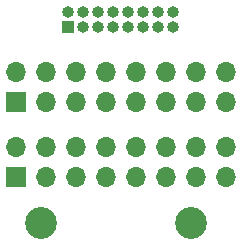
<source format=gbr>
%TF.GenerationSoftware,KiCad,Pcbnew,(5.99.0-3349-g91c4a681c)*%
%TF.CreationDate,2020-09-24T22:53:04-07:00*%
%TF.ProjectId,mod_clip,6d6f645f-636c-4697-902e-6b696361645f,rev?*%
%TF.SameCoordinates,Original*%
%TF.FileFunction,Soldermask,Top*%
%TF.FilePolarity,Negative*%
%FSLAX46Y46*%
G04 Gerber Fmt 4.6, Leading zero omitted, Abs format (unit mm)*
G04 Created by KiCad (PCBNEW (5.99.0-3349-g91c4a681c)) date 2020-09-24 22:53:04*
%MOMM*%
%LPD*%
G01*
G04 APERTURE LIST*
%ADD10R,1.700000X1.700000*%
%ADD11O,1.700000X1.700000*%
%ADD12R,1.000000X1.000000*%
%ADD13O,1.000000X1.000000*%
%ADD14C,2.700000*%
G04 APERTURE END LIST*
D10*
%TO.C,J2*%
X82042000Y-151892000D03*
D11*
X82042000Y-149352000D03*
X84582000Y-151892000D03*
X84582000Y-149352000D03*
X87122000Y-151892000D03*
X87122000Y-149352000D03*
X89662000Y-151892000D03*
X89662000Y-149352000D03*
X92202000Y-151892000D03*
X92202000Y-149352000D03*
X94742000Y-151892000D03*
X94742000Y-149352000D03*
X97282000Y-151892000D03*
X97282000Y-149352000D03*
X99822000Y-151892000D03*
X99822000Y-149352000D03*
%TD*%
D10*
%TO.C,J1*%
X82042000Y-145542000D03*
D11*
X82042000Y-143002000D03*
X84582000Y-145542000D03*
X84582000Y-143002000D03*
X87122000Y-145542000D03*
X87122000Y-143002000D03*
X89662000Y-145542000D03*
X89662000Y-143002000D03*
X92202000Y-145542000D03*
X92202000Y-143002000D03*
X94742000Y-145542000D03*
X94742000Y-143002000D03*
X97282000Y-145542000D03*
X97282000Y-143002000D03*
X99822000Y-145542000D03*
X99822000Y-143002000D03*
%TD*%
D12*
%TO.C,J3*%
X86487000Y-139192000D03*
D13*
X86487000Y-137922000D03*
X87757000Y-139192000D03*
X87757000Y-137922000D03*
X89027000Y-139192000D03*
X89027000Y-137922000D03*
X90297000Y-139192000D03*
X90297000Y-137922000D03*
X91567000Y-139192000D03*
X91567000Y-137922000D03*
X92837000Y-139192000D03*
X92837000Y-137922000D03*
X94107000Y-139192000D03*
X94107000Y-137922000D03*
X95377000Y-139192000D03*
X95377000Y-137922000D03*
%TD*%
D14*
%TO.C,H2*%
X84201000Y-155829000D03*
%TD*%
%TO.C,H1*%
X96901000Y-155829000D03*
%TD*%
M02*

</source>
